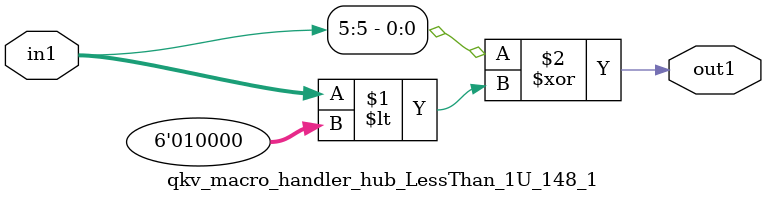
<source format=v>

`timescale 1ps / 1ps


module qkv_macro_handler_hub_LessThan_1U_148_1( in1, out1 );

    input [5:0] in1;
    output out1;

    
    // rtl_process:qkv_macro_handler_hub_LessThan_1U_11_1/qkv_macro_handler_hub_LessThan_1U_11_1_thread_1
    assign out1 = (in1[5] ^ in1 < 6'd16);

endmodule





</source>
